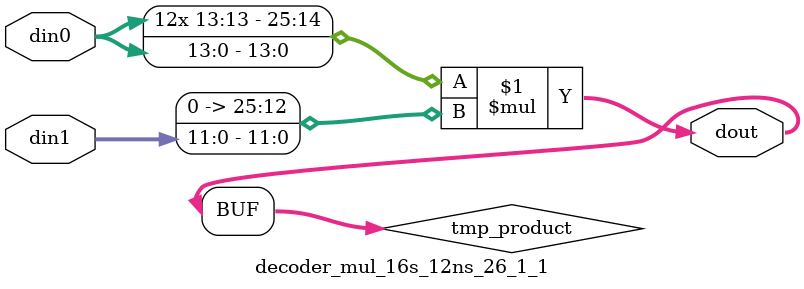
<source format=v>

`timescale 1 ns / 1 ps

 module decoder_mul_16s_12ns_26_1_1(din0, din1, dout);
parameter ID = 1;
parameter NUM_STAGE = 0;
parameter din0_WIDTH = 14;
parameter din1_WIDTH = 12;
parameter dout_WIDTH = 26;

input [din0_WIDTH - 1 : 0] din0; 
input [din1_WIDTH - 1 : 0] din1; 
output [dout_WIDTH - 1 : 0] dout;

wire signed [dout_WIDTH - 1 : 0] tmp_product;


























assign tmp_product = $signed(din0) * $signed({1'b0, din1});









assign dout = tmp_product;





















endmodule

</source>
